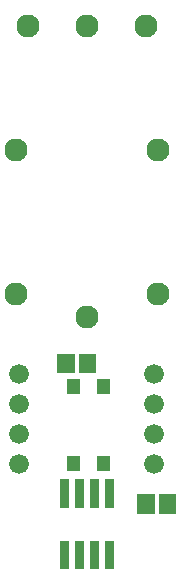
<source format=gts>
G04 start of page 6 for group -4063 idx -4063 *
G04 Title: (unknown), componentmask *
G04 Creator: pcb 20140316 *
G04 CreationDate: Sat 21 Jan 2017 09:52:20 PM GMT UTC *
G04 For: david *
G04 Format: Gerber/RS-274X *
G04 PCB-Dimensions (mil): 708.66 1968.50 *
G04 PCB-Coordinate-Origin: lower left *
%MOIN*%
%FSLAX25Y25*%
%LNGTS*%
%ADD38R,0.0572X0.0572*%
%ADD37R,0.0300X0.0300*%
%ADD36R,0.0415X0.0415*%
%ADD35C,0.0770*%
%ADD34C,0.0660*%
G54D34*X12992Y67913D03*
Y57913D03*
Y47913D03*
G54D35*X11811Y94685D03*
Y142717D03*
G54D34*X57874Y67913D03*
Y57913D03*
Y47913D03*
Y37913D03*
G54D35*X59055Y94685D03*
Y142717D03*
G54D34*X12992Y37913D03*
G54D35*X55118Y184055D03*
X35433D03*
Y86811D03*
X15748Y184055D03*
G54D36*X41102Y38583D02*Y37795D01*
X31102Y38583D02*Y37795D01*
G54D37*X38130Y31413D02*Y24913D01*
X33130Y31413D02*Y24913D01*
G54D38*X28505Y71850D02*Y71064D01*
X35591Y71850D02*Y71064D01*
G54D36*X41102Y64173D02*Y63386D01*
X31102Y64173D02*Y63386D01*
G54D37*X43130Y10913D02*Y4413D01*
Y31413D02*Y24913D01*
G54D38*X55190Y25086D02*Y24300D01*
X62276Y25086D02*Y24300D01*
G54D37*X28130Y10913D02*Y4413D01*
X33130Y10913D02*Y4413D01*
X38130Y10913D02*Y4413D01*
X28130Y31413D02*Y24913D01*
M02*

</source>
